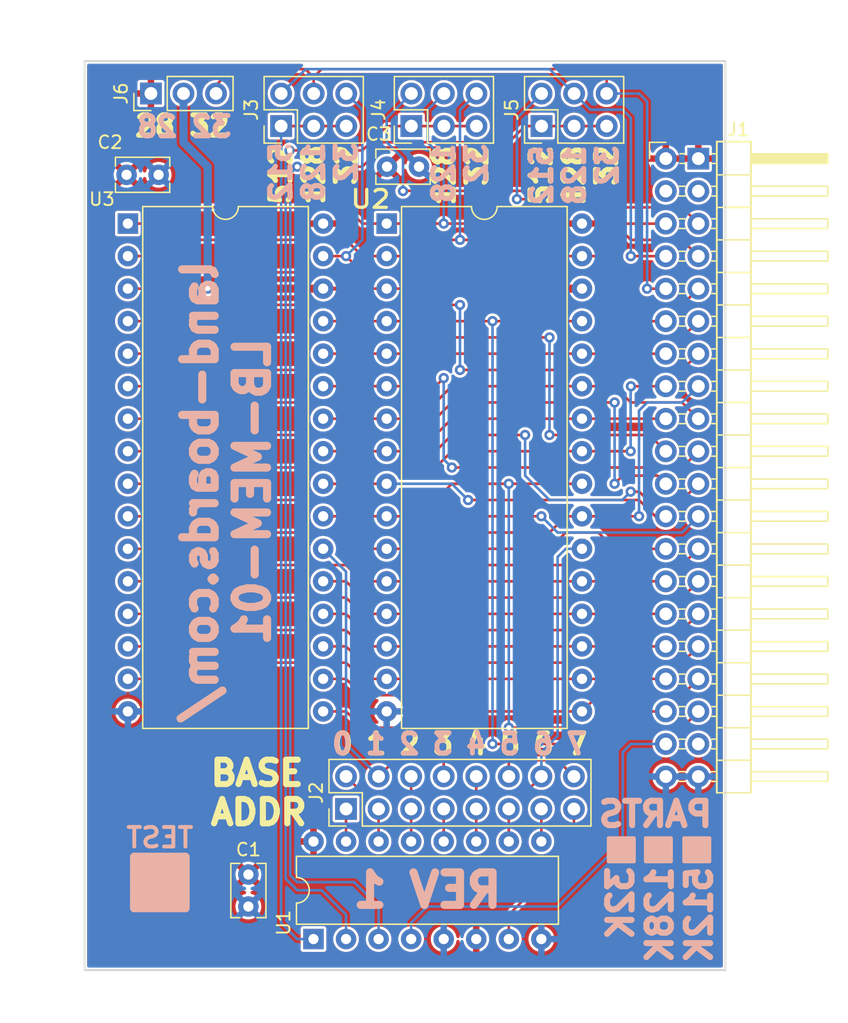
<source format=kicad_pcb>
(kicad_pcb (version 20211014) (generator pcbnew)
  (title_block (title "LB-MEM-01") (date "2022-09-07") (rev "1") (company "land-boards.com"))
  (layers (0 "F.Cu" signal) (31 "B.Cu" signal) (34 "B.Paste" user) (35 "F.Paste" user) (36 "B.SilkS" user "B.Silkscreen") (37 "F.SilkS" user "F.Silkscreen") (38 "B.Mask" user) (39 "F.Mask" user) (44 "Edge.Cuts" user))
  (net 0 "")
  (net 1 "GND")
  (net 2 "/CPUA11")
  (net 3 "/CPUA12")
  (net 4 "/CPUA13")
  (net 5 "/CPUA14")
  (net 6 "/CPUA15")
  (net 7 "/CPUD4")
  (net 8 "/CPUD3")
  (net 9 "/CPUD5")
  (net 10 "/CPUD6")
  (net 11 "/CPUA0")
  (net 12 "/CPUA1")
  (net 13 "/CPUD2")
  (net 14 "/CPUA2")
  (net 15 "/CPUD7")
  (net 16 "/CPUA3")
  (net 17 "/CPUD0")
  (net 18 "/CPUA4")
  (net 19 "/CPUD1")
  (net 20 "/CPUA5")
  (net 21 "/CPUA6")
  (net 22 "/CPUA7")
  (net 23 "/CPUA8")
  (net 24 "/CPUA9")
  (net 25 "/CPUA10")
  (net 26 "/CPUA18")
  (net 27 "/CPUA16")
  (net 28 "/CPUA17")
  (net 29 "/~{MEMRD}")
  (net 30 "/~{MEMWR}")
  (net 31 "/~{SRAMCS1}")
  (net 32 "/~{SRAMCS2}")
  (net 33 "/CPUA22")
  (net 34 "/CPUA23")
  (net 35 "/CPUA20")
  (net 36 "/CPUA21")
  (net 37 "/CPUA19")
  (net 38 "VCC")
  (net 39 "Net-(J3-Pad1)")
  (net 40 "Net-(J4-Pad1)")
  (net 41 "Net-(J5-Pad1)")
  (net 42 "/~{MEMCS}")
  (net 43 "/~{IOCS}")
  (net 44 "/PIN28_30")
  (net 45 "/~{CS0}")
  (net 46 "/~{CS1}")
  (net 47 "/~{CS2}")
  (net 48 "/~{CS3}")
  (net 49 "/~{CS4}")
  (net 50 "/~{CS5}")
  (net 51 "/~{CS6}")
  (net 52 "/~{CS7}")
  (footprint "Package_DIP:DIP-32_W15.24mm" (layer "F.Cu") (at 155.57 59.69)
    (fp_text reference "U2")
    (fp_text value "AS6C4008")
  )
  (footprint "LandBoards_Conns:PinHeader_2x20_P2.54mm_Horizontal-FLIPPED" (layer "F.Cu") (at 177.35 54.615)
    (fp_text reference "J1")
    (fp_text value "Conn_02x20_Odd_Even")
  )
  (footprint "Package_DIP:DIP-16_W7.62mm" (layer "F.Cu") (at 149.86 115.57 90)
    (fp_text reference "U1")
    (fp_text value "74HC138")
  )
  (footprint "Package_DIP:DIP-32_W15.24mm" (layer "F.Cu") (at 135.375 59.69)
    (fp_text reference "U3")
    (fp_text value "AS6C4008")
  )
  (footprint "Capacitor_THT:C_Rect_L4.0mm_W2.5mm_P2.50mm" (layer "F.Cu") (at 144.78 113.03 90)
    (fp_text reference "C1")
    (fp_text value "0.1uF")
  )
  (footprint "Capacitor_THT:C_Rect_L4.0mm_W2.5mm_P2.50mm" (layer "F.Cu") (at 137.775 55.88 180)
    (fp_text reference "C2")
    (fp_text value "0.1uF")
  )
  (footprint "Connector_PinHeader_2.54mm:PinHeader_1x03_P2.54mm_Vertical" (layer "F.Cu") (at 137.175 49.53 90)
    (fp_text reference "J6")
    (fp_text value "Conn_01x03")
  )
  (footprint "Connector_PinHeader_2.54mm:PinHeader_2x03_P2.54mm_Vertical" (layer "F.Cu") (at 157.495 52.075 90)
    (fp_text reference "J4")
    (fp_text value "Conn_02x03_Odd_Even")
  )
  (footprint "Connector_PinHeader_2.54mm:PinHeader_2x03_P2.54mm_Vertical" (layer "F.Cu") (at 147.335 52.075 90)
    (fp_text reference "J3")
    (fp_text value "Conn_02x03_Odd_Even")
  )
  (footprint "Connector_PinHeader_2.54mm:PinHeader_2x08_P2.54mm_Vertical" (layer "F.Cu") (at 152.4 105.41 90)
    (fp_text reference "J2")
    (fp_text value "Conn_02x08_Odd_Even")
  )
  (footprint "Connector_PinHeader_2.54mm:PinHeader_2x03_P2.54mm_Vertical" (layer "F.Cu") (at 167.655 52.075 90)
    (fp_text reference "J5")
    (fp_text value "Conn_02x03_Odd_Even")
  )
  (footprint "LandBoards_Marking:TEST_BLK-REAR" (layer "F.Cu") (at 137.8712 111.1504)
    (fp_text reference "TEST")
    (fp_text value "COUPON" hide)
  )
  (footprint "Capacitor_THT:C_Rect_L4.0mm_W2.5mm_P2.50mm" (layer "F.Cu") (at 158.095 55.245 180)
    (fp_text reference "C3")
    (fp_text value "0.1uF")
  )
  (gr_rect (start 132 47) (end 182 118) (layer "Edge.Cuts") (width 0.15) (fill none))
  (gr_text "land-boards.com/\nLB-MEM-01" (at 143.0528 80.6196 90) (layer "B.SilkS") (effects (font (size 2.54 2.54) (thickness 0.635)) (justify mirror)))
  (gr_text "REV 1" (at 158.75 111.76) (layer "B.SilkS") (effects (font (size 2.54 2.54) (thickness 0.635)) (justify mirror)))
  (gr_text "32 28" (at 135.89 52.1208) (layer "B.SilkS") (effects (font (size 1.5875 1.5875) (thickness 0.396875)) (justify right mirror)))
  (gr_text "32K\n128K\n512K" (at 176.8856 109.6772 90) (layer "B.SilkS") (effects (font (size 1.905 1.905) (thickness 0.47625)) (justify left mirror)))
  (gr_text "PARTS" (at 181.2036 105.8164) (layer "B.SilkS") (effects (font (size 1.905 1.905) (thickness 0.47625)) (justify left mirror)))
  (gr_text "7 6 5 4 3 2 1 0" (at 161.2392 100.33) (layer "B.SilkS") (effects (font (size 1.5875 1.524) (thickness 0.381)) (justify mirror)))
  (gr_text "512\n128\n32" (at 170.2308 53.3908 90) (layer "B.SilkS") (effects (font (size 1.5875 1.5875) (thickness 0.396875)) (justify left mirror)))
  (gr_text "128\n32" (at 161.29 53.2384 90) (layer "B.SilkS") (effects (font (size 1.5875 1.5875) (thickness 0.396875)) (justify left mirror)))
  (gr_text "512\n128\n32" (at 149.86 53.1368 90) (layer "B.SilkS") (effects (font (size 1.5875 1.5875) (thickness 0.396875)) (justify left mirror)))
  (gr_text "0 1 2 3 4 5 6 7" (at 161.29 100.33) (layer "F.SilkS") (effects (font (size 1.5875 1.524) (thickness 0.381))))
  (gr_text "BASE\nADDR" (at 141.605 104.14) (layer "F.SilkS") (effects (font (size 1.905 1.905) (thickness 0.47625)) (justify left)))
  (gr_text "512\n128\n32" (at 170.18 53.3908 90) (layer "F.SilkS") (effects (font (size 1.5875 1.5875) (thickness 0.396875)) (justify right)))
  (gr_text "512\n128\n32" (at 149.875 53.34 90) (layer "F.SilkS") (effects (font (size 1.5875 1.5875) (thickness 0.396875)) (justify right)))
  (gr_text "28 32" (at 143.51 52.07) (layer "F.SilkS") (effects (font (size 1.5875 1.5875) (thickness 0.396875)) (justify right)))
  (gr_text "128\n32" (at 161.335 53.405 90) (layer "F.SilkS") (effects (font (size 1.5875 1.5875) (thickness 0.396875)) (justify right)))
  (segment (start 150.615 77.47) (end 152.4 77.47) (width 0.2032) (layer "F.Cu") (net 2))
  (segment (start 159.385 78.74) (end 160.655 77.47) (width 0.2032) (layer "F.Cu") (net 2))
  (segment (start 152.4 77.47) (end 153.67 78.74) (width 0.2032) (layer "F.Cu") (net 2))
  (segment (start 153.67 78.74) (end 159.385 78.74) (width 0.2032) (layer "F.Cu") (net 2))
  (segment (start 174.63 72.395) (end 177.35 72.395) (width 0.2032) (layer "F.Cu") (net 2))
  (segment (start 160.655 77.47) (end 174.6065 77.47) (width 0.2032) (layer "F.Cu") (net 2))
  (via (at 174.6065 77.47) (size 0.8) (drill 0.4) (layers "F.Cu" "B.Cu") (net 2))
  (via (at 174.63 72.395) (size 0.8) (drill 0.4) (layers "F.Cu" "B.Cu") (net 2))
  (segment (start 174.6065 72.4185) (end 174.63 72.395) (width 0.2032) (layer "B.Cu") (net 2))
  (segment (start 174.6065 77.47) (end 174.6065 72.4185) (width 0.2032) (layer "B.Cu") (net 2))
  (segment (start 161.29 71.12) (end 178.625 71.12) (width 0.2032) (layer "F.Cu") (net 3))
  (segment (start 160.655 66.04) (end 161.29 66.04) (width 0.2032) (layer "F.Cu") (net 3))
  (segment (start 159.385 67.31) (end 160.655 66.04) (width 0.2032) (layer "F.Cu") (net 3))
  (segment (start 140.97 66.04) (end 152.4 66.04) (width 0.2032) (layer "F.Cu") (net 3))
  (segment (start 178.625 71.12) (end 179.89 69.855) (width 0.2032) (layer "F.Cu") (net 3))
  (segment (start 135.375 67.31) (end 139.7 67.31) (width 0.2032) (layer "F.Cu") (net 3))
  (segment (start 155.57 67.31) (end 159.385 67.31) (width 0.2032) (layer "F.Cu") (net 3))
  (segment (start 153.67 67.31) (end 155.57 67.31) (width 0.2032) (layer "F.Cu") (net 3))
  (segment (start 152.4 66.04) (end 153.67 67.31) (width 0.2032) (layer "F.Cu") (net 3))
  (segment (start 139.7 67.31) (end 140.97 66.04) (width 0.2032) (layer "F.Cu") (net 3))
  (via (at 161.29 71.12) (size 0.8) (drill 0.4) (layers "F.Cu" "B.Cu") (net 3))
  (via (at 161.29 66.04) (size 0.8) (drill 0.4) (layers "F.Cu" "B.Cu") (net 3))
  (segment (start 161.29 66.04) (end 161.29 71.12) (width 0.2032) (layer "B.Cu") (net 3))
  (segment (start 159.385 71.12) (end 160.655 69.85) (width 0.2032) (layer "F.Cu") (net 4))
  (segment (start 177.35 69.855) (end 170.815 69.855) (width 0.2032) (layer "F.Cu") (net 4))
  (segment (start 152.4 69.85) (end 153.67 71.12) (width 0.2032) (layer "F.Cu") (net 4))
  (segment (start 153.67 71.12) (end 159.385 71.12) (width 0.2032) (layer "F.Cu") (net 4))
  (segment (start 150.615 69.85) (end 152.4 69.85) (width 0.2032) (layer "F.Cu") (net 4))
  (segment (start 160.655 69.85) (end 170.81 69.85) (width 0.2032) (layer "F.Cu") (net 4))
  (segment (start 160.655 63.5) (end 159.385 64.77) (width 0.2032) (layer "F.Cu") (net 5))
  (segment (start 159.385 64.77) (end 155.57 64.77) (width 0.2032) (layer "F.Cu") (net 5))
  (segment (start 139.7 64.77) (end 140.97 63.5) (width 0.2032) (layer "F.Cu") (net 5))
  (segment (start 179.89 67.315) (end 178.625 68.58) (width 0.2032) (layer "F.Cu") (net 5))
  (segment (start 153.67 64.77) (end 155.57 64.77) (width 0.2032) (layer "F.Cu") (net 5))
  (segment (start 172.4025 63.8175) (end 172.085 63.5) (width 0.2032) (layer "F.Cu") (net 5))
  (segment (start 140.97 63.5) (end 152.4 63.5) (width 0.2032) (layer "F.Cu") (net 5))
  (segment (start 135.375 64.77) (end 139.7 64.77) (width 0.2032) (layer "F.Cu") (net 5))
  (segment (start 178.625 68.58) (end 173.355 68.58) (width 0.2032) (layer "F.Cu") (net 5))
  (segment (start 173.355 68.58) (end 172.4025 67.6275) (width 0.2032) (layer "F.Cu") (net 5))
  (segment (start 172.4025 67.6275) (end 172.4025 63.8175) (width 0.2032) (layer "F.Cu") (net 5))
  (segment (start 152.4 63.5) (end 153.67 64.77) (width 0.2032) (layer "F.Cu") (net 5))
  (segment (start 172.085 63.5) (end 160.655 63.5) (width 0.2032) (layer "F.Cu") (net 5))
  (segment (start 159.385 62.23) (end 170.81 62.23) (width 0.2032) (layer "F.Cu") (net 6))
  (segment (start 172.16024 62.23) (end 170.81 62.23) (width 0.2032) (layer "F.Cu") (net 6))
  (segment (start 172.75762 66.71262) (end 172.75762 62.82738) (width 0.2032) (layer "F.Cu") (net 6))
  (segment (start 158.115 63.5) (end 159.385 62.23) (width 0.2032) (layer "F.Cu") (net 6))
  (segment (start 152.4 62.23) (end 153.67 63.5) (width 0.2032) (layer "F.Cu") (net 6))
  (segment (start 173.36 67.315) (end 172.75762 66.71262) (width 0.2032) (layer "F.Cu") (net 6))
  (segment (start 153.67 63.5) (end 158.115 63.5) (width 0.2032) (layer "F.Cu") (net 6))
  (segment (start 150.615 62.23) (end 152.4 62.23) (width 0.2032) (layer "F.Cu") (net 6))
  (segment (start 172.75762 62.82738) (end 172.16024 62.23) (width 0.2032) (layer "F.Cu") (net 6))
  (segment (start 177.35 67.315) (end 173.36 67.315) (width 0.2032) (layer "F.Cu") (net 6))
  (via (at 152.4 62.23) (size 0.8) (drill 0.4) (layers "F.Cu" "B.Cu") (net 6))
  (segment (start 153.67 60.96) (end 152.4 62.23) (width 0.2032) (layer "B.Cu") (net 6))
  (segment (start 153.67 50.79) (end 153.67 60.96) (width 0.2032) (layer "B.Cu") (net 6))
  (segment (start 152.415 49.535) (end 153.67 50.79) (width 0.2032) (layer "B.Cu") (net 6))
  (segment (start 170.81 95.25) (end 177.345 95.25) (width 0.2032) (layer "F.Cu") (net 7))
  (segment (start 159.385 96.52) (end 160.655 95.25) (width 0.2032) (layer "F.Cu") (net 7))
  (segment (start 153.67 96.52) (end 159.385 96.52) (width 0.2032) (layer "F.Cu") (net 7))
  (segment (start 152.4 95.25) (end 153.67 96.52) (width 0.2032) (layer "F.Cu") (net 7))
  (segment (start 160.655 95.25) (end 170.81 95.25) (width 0.2032) (layer "F.Cu") (net 7))
  (segment (start 150.615 95.25) (end 152.4 95.25) (width 0.2032) (layer "F.Cu") (net 7))
  (segment (start 172.08 96.52) (end 178.625 96.52) (width 0.2032) (layer "F.Cu") (net 8))
  (segment (start 159.385 99.06) (end 160.655 97.79) (width 0.2032) (layer "F.Cu") (net 8))
  (segment (start 160.655 97.79) (end 170.81 97.79) (width 0.2032) (layer "F.Cu") (net 8))
  (segment (start 153.67 99.06) (end 159.385 99.06) (width 0.2032) (layer "F.Cu") (net 8))
  (segment (start 170.81 97.79) (end 172.08 96.52) (width 0.2032) (layer "F.Cu") (net 8))
  (segment (start 150.615 97.79) (end 152.4 97.79) (width 0.2032) (layer "F.Cu") (net 8))
  (segment (start 178.625 96.52) (end 179.89 95.255) (width 0.2032) (layer "F.Cu") (net 8))
  (segment (start 152.4 97.79) (end 153.67 99.06) (width 0.2032) (layer "F.Cu") (net 8))
  (segment (start 152.4 92.71) (end 153.67 93.98) (width 0.2032) (layer "F.Cu") (net 9))
  (segment (start 159.385 93.98) (end 160.655 92.71) (width 0.2032) (layer "F.Cu") (net 9))
  (segment (start 160.655 92.71) (end 170.81 92.71) (width 0.2032) (layer "F.Cu") (net 9))
  (segment (start 170.81 92.71) (end 177.345 92.71) (width 0.2032) (layer "F.Cu") (net 9))
  (segment (start 153.67 93.98) (end 159.385 93.98) (width 0.2032) (layer "F.Cu") (net 9))
  (segment (start 150.615 92.71) (end 152.4 92.71) (width 0.2032) (layer "F.Cu") (net 9))
  (segment (start 170.81 90.17) (end 177.345 90.17) (width 0.2032) (layer "F.Cu") (net 10))
  (segment (start 150.615 90.17) (end 152.4 90.17) (width 0.2032) (layer "F.Cu") (net 10))
  (segment (start 152.4 90.17) (end 153.67 91.44) (width 0.2032) (layer "F.Cu") (net 10))
  (segment (start 160.655 90.17) (end 170.81 90.17) (width 0.2032) (layer "F.Cu") (net 10))
  (segment (start 153.67 91.44) (end 159.385 91.44) (width 0.2032) (layer "F.Cu") (net 10))
  (segment (start 159.385 91.44) (end 160.655 90.17) (width 0.2032) (layer "F.Cu") (net 10))
  (segment (start 153.67 87.63) (end 155.57 87.63) (width 0.2032) (layer "F.Cu") (net 11))
  (segment (start 178.625 86.36) (end 179.89 85.095) (width 0.2032) (layer "F.Cu") (net 11))
  (segment (start 139.7 87.63) (end 140.97 86.36) (width 0.2032) (layer "F.Cu") (net 11))
  (segment (start 152.4 86.36) (end 153.67 87.63) (width 0.2032) (layer "F.Cu") (net 11))
  (segment (start 155.57 87.63) (end 159.385 87.63) (width 0.2032) (layer "F.Cu") (net 11))
  (segment (start 135.375 87.63) (end 139.7 87.63) (width 0.2032) (layer "F.Cu") (net 11))
  (segment (start 160.655 86.36) (end 178.625 86.36) (width 0.2032) (layer "F.Cu") (net 11))
  (segment (start 159.385 87.63) (end 160.655 86.36) (width 0.2032) (layer "F.Cu") (net 11))
  (segment (start 140.97 86.36) (end 152.4 86.36) (width 0.2032) (layer "F.Cu") (net 11))
  (segment (start 173.36 85.095) (end 177.35 85.095) (width 0.2032) (layer "F.Cu") (net 12))
  (segment (start 152.4 83.82) (end 153.67 85.09) (width 0.2032) (layer "F.Cu") (net 12))
  (segment (start 139.7 85.09) (end 140.97 83.82) (width 0.2032) (layer "F.Cu") (net 12))
  (segment (start 153.67 85.09) (end 155.57 85.09) (width 0.2032) (layer "F.Cu") (net 12))
  (segment (start 168.275 85.09) (end 169.545 83.82) (width 0.2032) (layer "F.Cu") (net 12))
  (segment (start 169.545 83.82) (end 172.085 83.82) (width 0.2032) (layer "F.Cu") (net 12))
  (segment (start 135.375 85.09) (end 139.7 85.09) (width 0.2032) (layer "F.Cu") (net 12))
  (segment (start 140.97 83.82) (end 152.4 83.82) (width 0.2032) (layer "F.Cu") (net 12))
  (segment (start 172.085 83.82) (end 173.36 85.095) (width 0.2032) (layer "F.Cu") (net 12))
  (segment (start 155.57 85.09) (end 168.275 85.09) (width 0.2032) (layer "F.Cu") (net 12))
  (segment (start 139.7 95.25) (end 140.97 93.98) (width 0.2032) (layer "F.Cu") (net 13))
  (segment (start 160.655 93.98) (end 178.625 93.98) (width 0.2032) (layer "F.Cu") (net 13))
  (segment (start 178.625 93.98) (end 179.89 92.715) (width 0.2032) (layer "F.Cu") (net 13))
  (segment (start 153.67 95.25) (end 155.57 95.25) (width 0.2032) (layer "F.Cu") (net 13))
  (segment (start 159.385 95.25) (end 160.655 93.98) (width 0.2032) (layer "F.Cu") (net 13))
  (segment (start 152.4 93.98) (end 153.67 95.25) (width 0.2032) (layer "F.Cu") (net 13))
  (segment (start 140.97 93.98) (end 152.4 93.98) (width 0.2032) (layer "F.Cu") (net 13))
  (segment (start 155.57 95.25) (end 159.385 95.25) (width 0.2032) (layer "F.Cu") (net 13))
  (segment (start 135.375 95.25) (end 139.7 95.25) (width 0.2032) (layer "F.Cu") (net 13))
  (segment (start 153.67 82.55) (end 155.57 82.55) (width 0.2032) (layer "F.Cu") (net 14))
  (segment (start 155.57 82.55) (end 167.64 82.55) (width 0.2032) (layer "F.Cu") (net 14))
  (segment (start 152.4 81.28) (end 153.67 82.55) (width 0.2032) (layer "F.Cu") (net 14))
  (segment (start 140.97 81.28) (end 152.4 81.28) (width 0.2032) (layer "F.Cu") (net 14))
  (segment (start 135.375 82.55) (end 139.7 82.55) (width 0.2032) (layer "F.Cu") (net 14))
  (segment (start 139.7 82.55) (end 140.97 81.28) (width 0.2032) (layer "F.Cu") (net 14))
  (via (at 167.64 82.55) (size 0.8) (drill 0.4) (layers "F.Cu" "B.Cu") (net 14))
  (segment (start 168.91 83.82) (end 178.625 83.82) (width 0.2032) (layer "B.Cu") (net 14))
  (segment (start 178.625 83.82) (end 179.89 82.555) (width 0.2032) (layer "B.Cu") (net 14))
  (segment (start 167.64 82.55) (end 168.91 83.82) (width 0.2032) (layer "B.Cu") (net 14))
  (segment (start 160.655 87.63) (end 170.81 87.63) (width 0.2032) (layer "F.Cu") (net 15))
  (segment (start 152.4 87.63) (end 153.67 88.9) (width 0.2032) (layer "F.Cu") (net 15))
  (segment (start 153.67 88.9) (end 159.385 88.9) (width 0.2032) (layer "F.Cu") (net 15))
  (segment (start 159.385 88.9) (end 160.655 87.63) (width 0.2032) (layer "F.Cu") (net 15))
  (segment (start 170.81 87.63) (end 177.345 87.63) (width 0.2032) (layer "F.Cu") (net 15))
  (segment (start 150.615 87.63) (end 152.4 87.63) (width 0.2032) (layer "F.Cu") (net 15))
  (segment (start 177.35 82.555) (end 176.535 82.555) (width 0.2032) (layer "F.Cu") (net 16))
  (segment (start 140.97 78.74) (end 152.4 78.74) (width 0.2032) (layer "F.Cu") (net 16))
  (segment (start 139.7 80.01) (end 140.97 78.74) (width 0.2032) (layer "F.Cu") (net 16))
  (segment (start 153.67 80.01) (end 155.57 80.01) (width 0.2032) (layer "F.Cu") (net 16))
  (segment (start 175.26 81.28) (end 161.925 81.28) (width 0.2032) (layer "F.Cu") (net 16))
  (segment (start 152.4 78.74) (end 153.67 80.01) (width 0.2032) (layer "F.Cu") (net 16))
  (segment (start 135.375 80.01) (end 139.7 80.01) (width 0.2032) (layer "F.Cu") (net 16))
  (segment (start 176.535 82.555) (end 175.26 81.28) (width 0.2032) (layer "F.Cu") (net 16))
  (via (at 161.925 81.28) (size 0.8) (drill 0.4) (layers "F.Cu" "B.Cu") (net 16))
  (segment (start 155.57 80.01) (end 160.655 80.01) (width 0.2032) (layer "B.Cu") (net 16))
  (segment (start 160.655 80.01) (end 161.925 81.28) (width 0.2032) (layer "B.Cu") (net 16))
  (segment (start 155.57 90.17) (end 160.02 90.17) (width 0.2032) (layer "F.Cu") (net 17))
  (segment (start 178.625 88.9) (end 179.89 87.635) (width 0.2032) (layer "F.Cu") (net 17))
  (segment (start 152.4 88.9) (end 153.67 90.17) (width 0.2032) (layer "F.Cu") (net 17))
  (segment (start 161.29 88.9) (end 178.625 88.9) (width 0.2032) (layer "F.Cu") (net 17))
  (segment (start 140.97 88.9) (end 152.4 88.9) (width 0.2032) (layer "F.Cu") (net 17))
  (segment (start 153.67 90.17) (end 155.57 90.17) (width 0.2032) (layer "F.Cu") (net 17))
  (segment (start 160.02 90.17) (end 161.29 88.9) (width 0.2032) (layer "F.Cu") (net 17))
  (segment (start 139.7 90.17) (end 140.97 88.9) (width 0.2032) (layer "F.Cu") (net 17))
  (segment (start 135.375 90.17) (end 139.7 90.17) (width 0.2032) (layer "F.Cu") (net 17))
  (segment (start 178.625 81.28) (end 175.932 81.28) (width 0.2032) (layer "F.Cu") (net 18))
  (segment (start 140.97 76.2) (end 152.4 76.2) (width 0.2032) (layer "F.Cu") (net 18))
  (segment (start 135.375 77.47) (end 139.7 77.47) (width 0.2032) (layer "F.Cu") (net 18))
  (segment (start 152.4 76.2) (end 153.67 77.47) (width 0.2032) (layer "F.Cu") (net 18))
  (segment (start 166.37 76.2) (end 160.655 76.2) (width 0.2032) (layer "F.Cu") (net 18))
  (segment (start 153.67 77.47) (end 155.57 77.47) (width 0.2032) (layer "F.Cu") (net 18))
  (segment (start 179.89 80.015) (end 178.625 81.28) (width 0.2032) (layer "F.Cu") (net 18))
  (segment (start 175.2785 80.6265) (end 174.6065 80.6265) (width 0.2032) (layer "F.Cu") (net 18))
  (segment (start 160.655 76.2) (end 159.385 77.47) (width 0.2032) (layer "F.Cu") (net 18))
  (segment (start 175.932 81.28) (end 175.2785 80.6265) (width 0.2032) (layer "F.Cu") (net 18))
  (segment (start 159.385 77.47) (end 155.57 77.47) (width 0.2032) (layer "F.Cu") (net 18))
  (segment (start 139.7 77.47) (end 140.97 76.2) (width 0.2032) (layer "F.Cu") (net 18))
  (via (at 174.6065 80.6265) (size 0.8) (drill 0.4) (layers "F.Cu" "B.Cu") (net 18))
  (via (at 166.37 76.2) (size 0.8) (drill 0.4) (layers "F.Cu" "B.Cu") (net 18))
  (segment (start 166.37 79.375) (end 166.37 76.2) (width 0.2032) (layer "B.Cu") (net 18))
  (segment (start 168.275 81.28) (end 173.953 81.28) (width 0.2032) (layer "B.Cu") (net 18))
  (segment (start 173.953 81.28) (end 174.6065 80.6265) (width 0.2032) (layer "B.Cu") (net 18))
  (segment (start 166.37 79.375) (end 168.275 81.28) (width 0.2032) (layer "B.Cu") (net 18))
  (segment (start 160.655 91.44) (end 178.625 91.44) (width 0.2032) (layer "F.Cu") (net 19))
  (segment (start 159.385 92.71) (end 160.655 91.44) (width 0.2032) (layer "F.Cu") (net 19))
  (segment (start 178.625 91.44) (end 179.89 90.175) (width 0.2032) (layer "F.Cu") (net 19))
  (segment (start 135.375 92.71) (end 139.7 92.71) (width 0.2032) (layer "F.Cu") (net 19))
  (segment (start 140.97 91.44) (end 152.4 91.44) (width 0.2032) (layer "F.Cu") (net 19))
  (segment (start 155.57 92.71) (end 159.385 92.71) (width 0.2032) (layer "F.Cu") (net 19))
  (segment (start 139.7 92.71) (end 140.97 91.44) (width 0.2032) (layer "F.Cu") (net 19))
  (segment (start 153.67 92.71) (end 155.57 92.71) (width 0.2032) (layer "F.Cu") (net 19))
  (segment (start 152.4 91.44) (end 153.67 92.71) (width 0.2032) (layer "F.Cu") (net 19))
  (segment (start 173.355 80.01) (end 173.99 79.375) (width 0.2032) (layer "F.Cu") (net 20))
  (segment (start 155.57 74.93) (end 159.385 74.93) (width 0.2032) (layer "F.Cu") (net 20))
  (segment (start 139.7 74.93) (end 140.97 73.66) (width 0.2032) (layer "F.Cu") (net 20))
  (segment (start 153.67 74.93) (end 155.57 74.93) (width 0.2032) (layer "F.Cu") (net 20))
  (segment (start 160.655 73.66) (end 173.355 73.66) (width 0.2032) (layer "F.Cu") (net 20))
  (segment (start 176.71 79.375) (end 177.35 80.015) (width 0.2032) (layer "F.Cu") (net 20))
  (segment (start 159.385 74.93) (end 160.655 73.66) (width 0.2032) (layer "F.Cu") (net 20))
  (segment (start 135.375 74.93) (end 139.7 74.93) (width 0.2032) (layer "F.Cu") (net 20))
  (segment (start 173.99 79.375) (end 176.71 79.375) (width 0.2032) (layer "F.Cu") (net 20))
  (segment (start 140.97 73.66) (end 152.4 73.66) (width 0.2032) (layer "F.Cu") (net 20))
  (segment (start 152.4 73.66) (end 153.67 74.93) (width 0.2032) (layer "F.Cu") (net 20))
  (via (at 173.355 80.01) (size 0.8) (drill 0.4) (layers "F.Cu" "B.Cu") (net 20))
  (via (at 173.355 73.66) (size 0.8) (drill 0.4) (layers "F.Cu" "B.Cu") (net 20))
  (segment (start 173.355 73.66) (end 173.355 80.01) (width 0.2032) (layer "B.Cu") (net 20))
  (segment (start 139.7 72.39) (end 140.97 71.12) (width 0.2032) (layer "F.Cu") (net 21))
  (segment (start 179.89 77.475) (end 178.625 78.74) (width 0.2032) (layer "F.Cu") (net 21))
  (segment (start 153.67 72.39) (end 155.57 72.39) (width 0.2032) (layer "F.Cu") (net 21))
  (segment (start 159.385 72.39) (end 160.02 71.755) (width 0.2032) (layer "F.Cu") (net 21))
  (segment (start 140.97 71.12) (end 152.4 71.12) (width 0.2032) (layer "F.Cu") (net 21))
  (segment (start 160.655 78.74) (end 178.625 78.74) (width 0.2032) (layer "F.Cu") (net 21))
  (segment (start 155.57 72.39) (end 159.385 72.39) (width 0.2032) (layer "F.Cu") (net 21))
  (segment (start 135.375 72.39) (end 139.7 72.39) (width 0.2032) (layer "F.Cu") (net 21))
  (segment (start 152.4 71.12) (end 153.67 72.39) (width 0.2032) (layer "F.Cu") (net 21))
  (via (at 160.02 71.755) (size 0.8) (drill 0.4) (layers "F.Cu" "B.Cu") (net 21))
  (via (at 160.655 78.74) (size 0.8) (drill 0.4) (layers "F.Cu" "B.Cu") (net 21))
  (segment (start 160.02 71.755) (end 160.02 78.105) (width 0.2032) (layer "B.Cu") (net 21))
  (segment (start 160.02 78.105) (end 160.655 78.74) (width 0.2032) (layer "B.Cu") (net 21))
  (segment (start 139.7 69.85) (end 140.97 68.58) (width 0.2032) (layer "F.Cu") (net 22))
  (segment (start 176.075 76.2) (end 177.35 77.475) (width 0.2032) (layer "F.Cu") (net 22))
  (segment (start 159.385 69.85) (end 160.655 68.58) (width 0.2032) (layer "F.Cu") (net 22))
  (segment (start 153.67 69.85) (end 155.57 69.85) (width 0.2032) (layer "F.Cu") (net 22))
  (segment (start 152.4 68.58) (end 153.67 69.85) (width 0.2032) (layer "F.Cu") (net 22))
  (segment (start 155.57 69.85) (end 159.385 69.85) (width 0.2032) (layer "F.Cu") (net 22))
  (segment (start 135.375 69.85) (end 139.7 69.85) (width 0.2032) (layer "F.Cu") (net 22))
  (segment (start 140.97 68.58) (end 152.4 68.58) (width 0.2032) (layer "F.Cu") (net 22))
  (segment (start 168.275 76.2) (end 176.075 76.2) (width 0.2032) (layer "F.Cu") (net 22))
  (segment (start 160.655 68.58) (end 168.275 68.58) (width 0.2032) (layer "F.Cu") (net 22))
  (via (at 168.275 76.2) (size 0.8) (drill 0.4) (layers "F.Cu" "B.Cu") (net 22))
  (via (at 168.275 68.58) (size 0.8) (drill 0.4) (layers "F.Cu" "B.Cu") (net 22))
  (segment (start 168.275 68.58) (end 168.275 76.2) (width 0.2032) (layer "B.Cu") (net 22))
  (segment (start 150.615 72.39) (end 152.4 72.39) (width 0.2032) (layer "F.Cu") (net 23))
  (segment (start 173.355 72.39) (end 174.625 73.66) (width 0.2032) (layer "F.Cu") (net 23))
  (segment (start 179.89 74.935) (end 178.615 73.66) (width 0.2032) (layer "F.Cu") (net 23))
  (segment (start 178.615 73.66) (end 174.625 73.66) (width 0.2032) (layer "F.Cu") (net 23))
  (segment (start 160.655 72.39) (end 170.81 72.39) (width 0.2032) (layer "F.Cu") (net 23))
  (segment (start 170.81 72.39) (end 173.355 72.39) (width 0.2032) (layer "F.Cu") (net 23))
  (segment (start 152.4 72.39) (end 153.67 73.66) (width 0.2032) (layer "F.Cu") (net 23))
  (segment (start 159.385 73.66) (end 160.655 72.39) (width 0.2032) (layer "F.Cu") (net 23))
  (segment (start 153.67 73.66) (end 159.385 73.66) (width 0.2032) (layer "F.Cu") (net 23))
  (segment (start 159.385 76.2) (end 160.655 74.93) (width 0.2032) (layer "F.Cu") (net 24))
  (segment (start 152.4 74.93) (end 153.67 76.2) (width 0.2032) (layer "F.Cu") (net 24))
  (segment (start 160.655 74.93) (end 170.81 74.93) (width 0.2032) (layer "F.Cu") (net 24))
  (segment (start 150.615 74.93) (end 152.4 74.93) (width 0.2032) (layer "F.Cu") (net 24))
  (segment (start 153.67 76.2) (end 159.385 76.2) (width 0.2032) (layer "F.Cu") (net 24))
  (segment (start 170.81 74.93) (end 177.345 74.93) (width 0.2032) (layer "F.Cu") (net 24))
  (segment (start 150.615 82.55) (end 152.4 82.55) (width 0.2032) (layer "F.Cu") (net 25))
  (segment (start 152.4 82.55) (end 153.67 83.82) (width 0.2032) (layer "F.Cu") (net 25))
  (segment (start 168.275 83.82) (end 169.545 82.55) (width 0.2032) (layer "F.Cu") (net 25))
  (segment (start 170.81 82.55) (end 175.26 82.55) (width 0.2032) (layer "F.Cu") (net 25))
  (segment (start 153.67 83.82) (end 168.275 83.82) (width 0.2032) (layer "F.Cu") (net 25))
  (segment (start 169.545 82.55) (end 170.81 82.55) (width 0.2032) (layer "F.Cu") (net 25))
  (via (at 175.26 82.55) (size 0.8) (drill 0.4) (layers "F.Cu" "B.Cu") (net 25))
  (segment (start 175.895 73.66) (end 175.26 74.295) (width 0.2032) (layer "B.Cu") (net 25))
  (segment (start 178.625 73.66) (end 179.89 72.395) (width 0.2032) (layer "B.Cu") (net 25))
  (segment (start 175.26 74.295) (end 175.26 82.55) (width 0.2032) (layer "B.Cu") (net 25))
  (segment (start 175.895 73.66) (end 178.625 73.66) (width 0.2032) (layer "B.Cu") (net 25))
  (segment (start 140.97 58.42) (end 152.4 58.42) (width 0.2032) (layer "F.Cu") (net 26))
  (segment (start 139.7 59.69) (end 140.97 58.42) (width 0.2032) (layer "F.Cu") (net 26))
  (segment (start 160.02 59.69) (end 168.275 59.69) (width 0.2032) (layer "F.Cu") (net 26))
  (segment (start 169.545 58.42) (end 172.085 58.42) (width 0.2032) (layer "F.Cu") (net 26))
  (segment (start 135.375 59.69) (end 139.7 59.69) (width 0.2032) (layer "F.Cu") (net 26))
  (segment (start 172.085 58.42) (end 174.625 60.96) (width 0.2032) (layer "F.Cu") (net 26))
  (segment (start 160.02 59.69) (end 155.57 59.69) (width 0.2032) (layer "F.Cu") (net 26))
  (segment (start 174.625 60.96) (end 178.615 60.96) (width 0.2032) (layer "F.Cu") (net 26))
  (segment (start 178.615 60.96) (end 179.89 62.235) (width 0.2032) (layer "F.Cu") (net 26))
  (segment (start 153.67 59.69) (end 155.57 59.69) (width 0.2032) (layer "F.Cu") (net 26))
  (segment (start 152.4 58.42) (end 153.67 59.69) (width 0.2032) (layer "F.Cu") (net 26))
  (segment (start 168.275 59.69) (end 169.545 58.42) (width 0.2032) (layer "F.Cu") (net 26))
  (via (at 160.02 59.69) (size 0.8) (drill 0.4) (layers "F.Cu" "B.Cu") (net 26))
  (segment (start 160.035 49.535) (end 158.77 50.8) (width 0.2032) (layer "B.Cu") (net 26))
  (segment (start 158.77 50.8) (end 158.77 53.36) (width 0.2032) (layer "B.Cu") (net 26))
  (segment (start 160.02 54.61) (end 160.02 59.69) (width 0.2032) (layer "B.Cu") (net 26))
  (segment (start 158.77 53.36) (end 160.02 54.61) (width 0.2032) (layer "B.Cu") (net 26))
  (segment (start 155.57 62.23) (end 158.115 62.23) (width 0.2032) (layer "F.Cu") (net 27))
  (segment (start 152.4 60.96) (end 153.67 62.23) (width 0.2032) (layer "F.Cu") (net 27))
  (segment (start 179.89 64.775) (end 178.625 66.04) (width 0.2032) (layer "F.Cu") (net 27))
  (segment (start 178.625 66.04) (end 173.355 66.04) (width 0.2032) (layer "F.Cu") (net 27))
  (segment (start 139.7 62.23) (end 140.97 60.96) (width 0.2032) (layer "F.Cu") (net 27))
  (segment (start 159.385 60.96) (end 161.29 60.96) (width 0.2032) (layer "F.Cu") (net 27))
  (segment (start 135.375 62.23) (end 139.7 62.23) (width 0.2032) (layer "F.Cu") (net 27))
  (segment (start 140.97 60.96) (end 152.4 60.96) (width 0.2032) (layer "F.Cu") (net 27))
  (segment (start 172.085 60.96) (end 161.29 60.96) (width 0.2032) (layer "F.Cu") (net 27))
  (segment (start 173.11274 61.98774) (end 172.085 60.96) (width 0.2032) (layer "F.Cu") (net 27))
  (segment (start 173.11274 65.79774) (end 173.11274 61.98774) (width 0.2032) (layer "F.Cu") (net 27))
  (segment (start 173.355 66.04) (end 173.11274 65.79774) (width 0.2032) (layer "F.Cu") (net 27))
  (segment (start 158.115 62.23) (end 159.385 60.96) (width 0.2032) (layer "F.Cu") (net 27))
  (segment (start 153.67 62.23) (end 155.57 62.23) (width 0.2032) (layer "F.Cu") (net 27))
  (via (at 161.29 60.96) (size 0.8) (drill 0.4) (layers "F.Cu" "B.Cu") (net 27))
  (segment (start 161.29 60.96) (end 161.29 50.82) (width 0.2032) (layer "B.Cu") (net 27))
  (segment (start 161.29 50.82) (end 162.575 49.535) (width 0.2032) (layer "B.Cu") (net 27))
  (segment (start 177.35 64.775) (end 175.89 64.775) (width 0.2032) (layer "F.Cu") (net 28))
  (segment (start 172.085 47.625) (end 172.735 48.275) (width 0.2032) (layer "F.Cu") (net 28))
  (segment (start 142.255 48.88) (end 143.51 47.625) (width 0.2032) (layer "F.Cu") (net 28))
  (segment (start 149.875 48.245) (end 150.495 47.625) (width 0.2032) (layer "F.Cu") (net 28))
  (segment (start 143.51 47.625) (end 149.225 47.625) (width 0.2032) (layer "F.Cu") (net 28))
  (segment (start 149.875 49.535) (end 149.875 48.245) (width 0.2032) (layer "F.Cu") (net 28))
  (segment (start 150.495 47.625) (end 172.085 47.625) (width 0.2032) (layer "F.Cu") (net 28))
  (segment (start 149.225 47.625) (end 149.875 48.275) (width 0.2032) (layer "F.Cu") (net 28))
  (segment (start 172.735 48.275) (end 172.735 49.535) (width 0.2032) (layer "F.Cu") (net 28))
  (via (at 175.89 64.775) (size 0.8) (drill 0.4) (layers "F.Cu" "B.Cu") (net 28))
  (segment (start 175.26 49.53) (end 175.255 49.535) (width 0.2032) (layer "B.Cu") (net 28))
  (segment (start 175.89 50.16) (end 175.26 49.53) (width 0.2032) (layer "B.Cu") (net 28))
  (segment (start 175.89 64.775) (end 175.89 50.16) (width 0.2032) (layer "B.Cu") (net 28))
  (segment (start 172.735 49.535) (end 175.255 49.535) (width 0.2032) (layer "B.Cu") (net 28))
  (segment (start 172.085 99.06) (end 173.35 97.795) (width 0.2032) (layer "F.Cu") (net 29))
  (segment (start 153.67 81.28) (end 159.385 81.28) (width 0.2032) (layer "F.Cu") (net 29))
  (segment (start 160.655 80.01) (end 170.81 80.01) (width 0.2032) (layer "F.Cu") (net 29))
  (segment (start 173.35 97.795) (end 177.35 97.795) (width 0.2032) (layer "F.Cu") (net 29))
  (segment (start 152.4 80.01) (end 153.67 81.28) (width 0.2032) (layer "F.Cu") (net 29))
  (segment (start 150.615 80.01) (end 152.4 80.01) (width 0.2032) (layer "F.Cu") (net 29))
  (segment (start 159.385 81.28) (end 160.655 80.01) (width 0.2032) (layer "F.Cu") (net 29))
  (segment (start 165.1 99.06) (end 172.085 99.06) (width 0.2032) (layer "F.Cu") (net 29))
  (via (at 165.1 99.06) (size 0.8) (drill 0.4) (layers "F.Cu" "B.Cu") (net 29))
  (via (at 165.1 80.01) (size 0.8) (drill 0.4) (layers "F.Cu" "B.Cu") (net 29))
  (segment (start 165.1 99.06) (end 165.1 80.01) (width 0.2032) (layer "B.Cu") (net 29))
  (segment (start 150.615 67.31) (end 152.4 67.31) (width 0.2032) (layer "F.Cu") (net 30))
  (segment (start 179.89 97.795) (end 178.625 99.06) (width 0.2032) (layer "F.Cu") (net 30))
  (segment (start 173.355 99.06) (end 178.625 99.06) (width 0.2032) (layer "F.Cu") (net 30))
  (segment (start 173.355 99.06) (end 172.085 100.33) (width 0.2032) (layer "F.Cu") (net 30))
  (segment (start 160.655 67.31) (end 170.81 67.31) (width 0.2032) (layer "F.Cu") (net 30))
  (segment (start 172.085 100.33) (end 163.83 100.33) (width 0.2032) (layer "F.Cu") (net 30))
  (segment (start 153.67 68.58) (end 159.385 68.58) (width 0.2032) (layer "F.Cu") (net 30))
  (segment (start 152.4 67.31) (end 153.67 68.58) (width 0.2032) (layer "F.Cu") (net 30))
  (segment (start 159.385 68.58) (end 160.655 67.31) (width 0.2032) (layer "F.Cu") (net 30))
  (via (at 163.83 67.31) (size 0.8) (drill 0.4) (layers "F.Cu" "B.Cu") (net 30))
  (via (at 163.83 100.33) (size 0.8) (drill 0.4) (layers "F.Cu" "B.Cu") (net 30))
  (segment (start 163.83 100.33) (end 163.83 67.31) (width 0.2032) (layer "B.Cu") (net 30))
  (segment (start 162.56 104.14) (end 166.37 104.14) (width 0.2032) (layer "F.Cu") (net 31))
  (segment (start 153.67 104.14) (end 157.48 104.14) (width 0.2032) (layer "F.Cu") (net 31))
  (segment (start 166.37 104.14) (end 167.64 102.87) (width 0.2032) (layer "F.Cu") (net 31))
  (segment (start 152.4 102.87) (end 153.67 104.14) (width 0.2032) (layer "F.Cu") (net 31))
  (segment (start 157.48 104.14) (end 157.48 102.87) (width 0.2032) (layer "F.Cu") (net 31))
  (segment (start 162.56 104.14) (end 162.56 102.87) (width 0.2032) (layer "F.Cu") (net 31))
  (segment (start 157.48 104.14) (end 162.56 104.14) (width 0.2032) (layer "F.Cu") (net 31))
  (segment (start 170.81 85.09) (end 169.545 85.09) (width 0.2032) (layer "B.Cu") (net 31))
  (segment (start 168.91 85.725) (end 168.91 99.695) (width 0.2032) (layer "B.Cu") (net 31))
  (segment (start 168.91 99.695) (end 167.64 100.965) (width 0.2032) (layer "B.Cu") (net 31))
  (segment (start 167.64 102.87) (end 167.64 100.965) (width 0.2032) (layer "B.Cu") (net 31))
  (segment (start 169.545 85.09) (end 168.91 85.725) (width 0.2032) (layer "B.Cu") (net 31))
  (segment (start 165.1 102.87) (end 165.1 101.6) (width 0.2032) (layer "F.Cu") (net 32))
  (segment (start 165.1 101.6) (end 168.91 101.6) (width 0.2032) (layer "F.Cu") (net 32))
  (segment (start 160.02 102.87) (end 160.02 101.6) (width 0.2032) (layer "F.Cu") (net 32))
  (segment (start 168.91 101.6) (end 170.18 102.87) (width 0.2032) (layer "F.Cu") (net 32))
  (segment (start 154.94 102.87) (end 156.21 101.6) (width 0.2032) (layer "F.Cu") (net 32))
  (segment (start 156.21 101.6) (end 165.1 101.6) (width 0.2032) (layer "F.Cu") (net 32))
  (segment (start 152.4 100.33) (end 154.94 102.87) (width 0.2032) (layer "B.Cu") (net 32))
  (segment (start 152.4 86.875) (end 152.4 100.33) (width 0.2032) (layer "B.Cu") (net 32))
  (segment (start 150.615 85.09) (end 152.4 86.875) (width 0.2032) (layer "B.Cu") (net 32))
  (segment (start 172.085 57.15) (end 172.066489 57.131489) (width 0.2032) (layer "F.Cu") (net 35))
  (segment (start 172.066489 57.131489) (end 156.863511 57.131489) (width 0.2032) (layer "F.Cu") (net 35))
  (segment (start 179.89 59.695) (end 178.615 58.42) (width 0.2032) (layer "F.Cu") (net 35))
  (segment (start 156.863511 57.131489) (end 156.845 57.15) (width 0.2032) (layer "F.Cu") (net 35))
  (segment (start 173.355 58.42) (end 178.615 58.42) (width 0.2032) (layer "F.Cu") (net 35))
  (segment (start 173.355 58.42) (end 172.085 57.15) (width 0.2032) (layer "F.Cu") (net 35))
  (via (at 156.845 57.15) (size 0.8) (drill 0.4) (layers "F.Cu" "B.Cu") (net 35))
  (segment (start 156.845 57.15) (end 156.845 54.61) (width 0.2032) (layer "B.Cu") (net 35))
  (segment (start 155.575 53.34) (end 155.575 51.455) (width 0.2032) (layer "B.Cu") (net 35))
  (segment (start 155.575 51.455) (end 157.495 49.535) (width 0.2032) (layer "B.Cu") (net 35))
  (segment (start 156.845 54.61) (end 155.575 53.34) (width 0.2032) (layer "B.Cu") (net 35))
  (segment (start 171.952216 57.785) (end 165.735 57.785) (width 0.2032) (layer "F.Cu") (net 36))
  (segment (start 171.952216 57.785) (end 173.862216 59.695) (width 0.2032) (layer "F.Cu") (net 36))
  (segment (start 177.35 59.695) (end 173.862216 59.695) (width 0.2032) (layer "F.Cu") (net 36))
  (via (at 165.735 57.785) (size 0.8) (drill 0.4) (layers "F.Cu" "B.Cu") (net 36))
  (segment (start 165.735 51.435) (end 165.755 51.435) (width 0.2032) (layer "B.Cu") (net 36))
  (segment (start 165.755 51.435) (end 167.655 49.535) (width 0.2032) (layer "B.Cu") (net 36))
  (segment (start 165.735 57.785) (end 165.735 51.435) (width 0.2032) (layer "B.Cu") (net 36))
  (segment (start 177.35 62.235) (end 174.62 62.235) (width 0.2032) (layer "F.Cu") (net 37))
  (via (at 174.62 62.235) (size 0.8) (drill 0.4) (layers "F.Cu" "B.Cu") (net 37))
  (segment (start 170.195 49.535) (end 171.46 50.8) (width 0.2032) (layer "B.Cu") (net 37))
  (segment (start 170.195 49.535) (end 168.285 47.625) (width 0.2032) (layer "B.Cu") (net 37))
  (segment (start 173.97 50.79) (end 171.45 50.79) (width 0.2032) (layer "B.Cu") (net 37))
  (segment (start 174.62 51.44) (end 173.97 50.79) (width 0.2032) (layer "B.Cu") (net 37))
  (segment (start 171.46 50.8) (end 173.99 50.8) (width 0.2032) (layer "B.Cu") (net 37))
  (segment (start 149.245 47.625) (end 147.335 49.535) (width 0.2032) (layer "B.Cu") (net 37))
  (segment (start 168.285 47.625) (end 149.245 47.625) (width 0.2032) (layer "B.Cu") (net 37))
  (segment (start 174.62 62.235) (end 174.62 51.44) (width 0.2032) (layer "B.Cu") (net 37))
  (segment (start 147.335 52.075) (end 149.875 52.075) (width 0.2032) (layer "F.Cu") (net 39))
  (segment (start 149.875 52.075) (end 152.415 52.075) (width 0.2032) (layer "F.Cu") (net 39))
  (segment (start 149.86 115.57) (end 148.59 115.57) (width 0.2032) (layer "B.Cu") (net 39))
  (segment (start 147.335 114.315) (end 147.335 52.075) (width 0.2032) (layer "B.Cu") (net 39))
  (segment (start 148.59 115.57) (end 147.335 114.315) (width 0.2032) (layer "B.Cu") (net 39))
  (segment (start 153.67 53.975) (end 147.9885 53.975) (width 0.2032) (layer "F.Cu") (net 40))
  (segment (start 157.495 52.075) (end 155.57 52.075) (width 0.2032) (layer "F.Cu") (net 40))
  (segment (start 160.035 52.075) (end 162.575 52.075) (width 0.2032) (layer "F.Cu") (net 40))
  (segment (start 155.57 52.075) (end 153.67 53.975) (width 0.2032) (layer "F.Cu") (net 40))
  (segment (start 157.495 52.075) (end 160.035 52.075) (width 0.2032) (layer "F.Cu") (net 40))
  (via (at 147.9885 53.975) (size 0.8) (drill 0.4) (layers "F.Cu" "B.Cu") (net 40))
  (segment (start 152.4 113.665) (end 150.495 111.76) (width 0.2032) (layer "B.Cu") (net 40))
  (segment (start 150.495 111.76) (end 148.59 111.76) (width 0.2032) (layer "B.Cu") (net 40))
  (segment (start 147.9885 53.975) (end 147.69012 54.27338) (width 0.2032) (layer "B.Cu") (net 40))
  (segment (start 147.69012 54.27338) (end 147.69012 110.86012) (width 0.2032) (layer "B.Cu") (net 40))
  (segment (start 148.59 111.76) (end 147.69012 110.86012) (width 0.2032) (layer "B.Cu") (net 40))
  (segment (start 152.4 115.57) (end 152.4 113.665) (width 0.2032) (layer "B.Cu") (net 40))
  (segment (start 154.94 53.34) (end 165.1 53.34) (width 0.2032) (layer "F.Cu") (net 41))
  (segment (start 165.1 53.34) (end 166.365 52.075) (width 0.2032) (layer "F.Cu") (net 41))
  (segment (start 166.365 52.075) (end 167.655 52.075) (width 0.2032) (layer "F.Cu") (net 41))
  (segment (start 154.305 53.975) (end 154.94 53.34) (width 0.2032) (layer "F.Cu") (net 41))
  (segment (start 167.655 52.075) (end 170.195 52.075) (width 0.2032) (layer "F.Cu") (net 41))
  (segment (start 154.305 54.61) (end 154.305 53.975) (width 0.2032) (layer "F.Cu") (net 41))
  (segment (start 153.67 55.245) (end 154.305 54.61) (width 0.2032) (layer "F.Cu") (net 41))
  (segment (start 148.59 55.245) (end 153.67 55.245) (width 0.2032) (layer "F.Cu") (net 41))
  (segment (start 170.195 52.075) (end 172.735 52.075) (width 0.2032) (layer "F.Cu") (net 41))
  (via (at 148.59 55.245) (size 0.8) (drill 0.4) (layers "F.Cu" "B.Cu") (net 41))
  (segment (start 154.94 113.03) (end 153.035 111.125) (width 0.2032) (layer "B.Cu") (net 41))
  (segment (start 148.59 111.125) (end 148.04524 110.58024) (width 0.2032) (layer "B.Cu") (net 41))
  (segment (start 154.94 115.57) (end 154.94 113.03) (width 0.2032) (layer "B.Cu") (net 41))
  (segment (start 148.59 111.125) (end 153.035 111.125) (width 0.2032) (layer "B.Cu") (net 41))
  (segment (start 148.04524 110.58024) (end 148.04524 55.88) (width 0.2032) (layer "B.Cu") (net 41))
  (segment (start 148.04524 55.78976) (end 148.59 55.245) (width 0.2032) (layer "B.Cu") (net 41))
  (segment (start 148.04524 55.88) (end 148.04524 55.78976) (width 0.2032) (layer "B.Cu") (net 41))
  (segment (start 168.91 113.03) (end 173.99 107.95) (width 0.2032) (layer "B.Cu") (net 42))
  (segment (start 174.625 100.33) (end 174.63 100.335) (width 0.2032) (layer "B.Cu") (net 42))
  (segment (start 158.75 113.03) (end 168.91 113.03) (width 0.2032) (layer "B.Cu") (net 42))
  (segment (start 173.99 107.95) (end 173.99 100.965) (width 0.2032) (layer "B.Cu") (net 42))
  (segment (start 174.63 100.335) (end 177.35 100.335) (width 0.2032) (layer "B.Cu") (net 42))
  (segment (start 157.48 114.3) (end 158.75 113.03) (width 0.2032) (layer "B.Cu") (net 42))
  (segment (start 173.99 100.965) (end 174.625 100.33) (width 0.2032) (layer "B.Cu") (net 42))
  (segment (start 157.48 115.57) (end 157.48 114.3) (width 0.2032) (layer "B.Cu") (net 42))
  (segment (start 159.385 66.04) (end 160.655 64.77) (width 0.635) (layer "F.Cu") (net 44))
  (segment (start 153.67 66.04) (end 159.385 66.04) (width 0.3048) (layer "F.Cu") (net 44))
  (segment (start 150.615 64.77) (end 152.4 64.77) (width 0.3048) (layer "F.Cu") (net 44))
  (segment (start 152.4 64.77) (end 153.67 66.04) (width 0.3048) (layer "F.Cu") (net 44))
  (segment (start 160.655 64.77) (end 170.81 64.77) (width 0.635) (layer "F.Cu") (net 44))
  (segment (start 150.615 64.77) (end 141.605 64.77) (width 0.635) (layer "F.Cu") (net 44))
  (via (at 141.605 64.77) (size 0.8) (drill 0.4) (layers "F.Cu" "B.Cu") (net 44))
  (segment (start 141.605 55.245) (end 139.715 53.355) (width 0.635) (layer "B.Cu") (net 44))
  (segment (start 139.715 53.355) (end 139.715 49.53) (width 0.635) (layer "B.Cu") (net 44))
  (segment (start 141.605 64.77) (end 141.605 55.245) (width 0.635) (layer "B.Cu") (net 44))
  (segment (start 152.4 107.95) (end 152.4 105.41) (width 0.2032) (layer "F.Cu") (net 45))
  (segment (start 154.94 107.95) (end 154.94 105.41) (width 0.2032) (layer "F.Cu") (net 46))
  (segment (start 157.48 107.95) (end 157.48 105.41) (width 0.2032) (layer "F.Cu") (net 47))
  (segment (start 160.02 107.95) (end 160.02 105.41) (width 0.2032) (layer "F.Cu") (net 48))
  (segment (start 162.56 107.95) (end 162.56 105.41) (width 0.2032) (layer "F.Cu") (net 49))
  (segment (start 165.1 107.95) (end 165.1 105.41) (width 0.2032) (layer "F.Cu") (net 50))
  (segment (start 167.64 105.41) (end 167.64 107.95) (width 0.2032) (layer "F.Cu") (net 51))
  (segment (start 165.1 113.665) (end 170.18 108.585) (width 0.2032) (layer "F.Cu") (net 52))
  (segment (start 165.1 115.57) (end 165.1 113.665) (width 0.2032) (layer "F.Cu") (net 52))
  (segment (start 170.18 108.585) (end 170.18 105.41) (width 0.2032) (layer "F.Cu") (net 52))
  (zone (net 38) (net_name "VCC") (layer "F.Cu") (connect_pads (clearance 0.2032)) (min_thickness 0.254) (fill yes (thermal_gap 0.508) (thermal_bridge_width 0.508))
    (polygon (pts (xy 182.245 118.11) (xy 132.08 118.11) (xy 132.08 46.99) (xy 182.245 46.99)))
  )
  (zone (net 1) (net_name "GND") (layer "B.Cu") (connect_pads (clearance 0.2032)) (min_thickness 0.254) (fill yes (thermal_gap 0.508) (thermal_bridge_width 0.508))
    (polygon (pts (xy 182.245 118.11) (xy 132.08 118.11) (xy 132.08 46.99) (xy 182.245 46.99)))
  )
  (zone (net 0) (net_name "") (layer "B.SilkS") (connect_pads (clearance 0.2032)) (min_thickness 0.254) (fill yes (thermal_gap 0.508) (thermal_bridge_width 0.508))
    (polygon (pts (xy 175.006 107.5436) (xy 175.006 109.6518) (xy 172.7454 109.6518) (xy 172.7454 107.5436)))
  )
  (zone (net 0) (net_name "") (layer "B.SilkS") (connect_pads (clearance 0.2032)) (min_thickness 0.254) (fill yes (thermal_gap 0.508) (thermal_bridge_width 0.508))
    (polygon (pts (xy 177.9016 107.5436) (xy 177.9016 109.6518) (xy 175.641 109.6518) (xy 175.641 107.5436)))
  )
  (zone (net 0) (net_name "") (layer "B.SilkS") (connect_pads (clearance 0.2032)) (min_thickness 0.254) (fill yes (thermal_gap 0.508) (thermal_bridge_width 0.508))
    (polygon (pts (xy 180.8988 107.5436) (xy 180.8988 109.6518) (xy 178.6382 109.6518) (xy 178.6382 107.5436)))
  )
)
</source>
